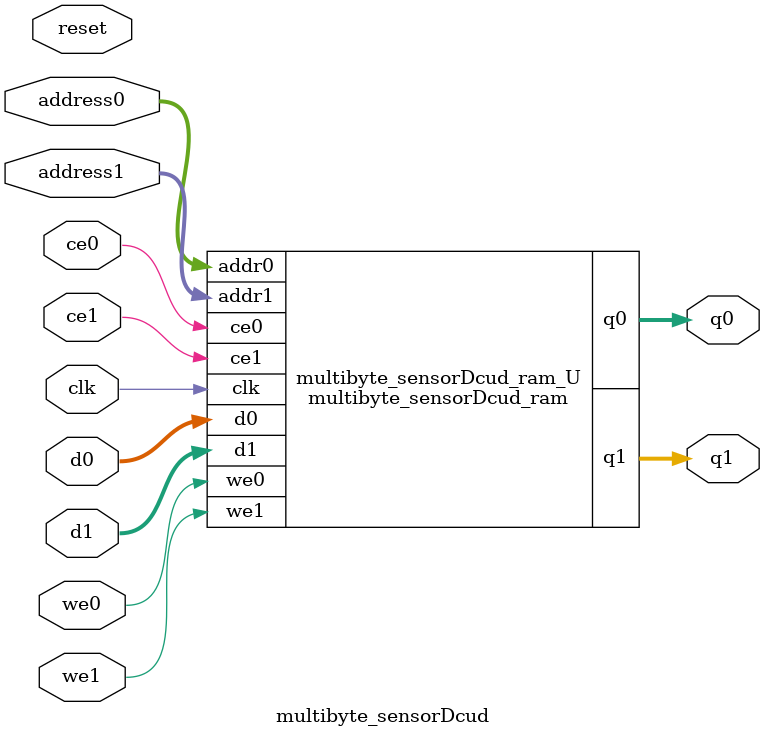
<source format=v>

`timescale 1 ns / 1 ps
module multibyte_sensorDcud_ram (addr0, ce0, d0, we0, q0, addr1, ce1, d1, we1, q1,  clk);

parameter DWIDTH = 32;
parameter AWIDTH = 3;
parameter MEM_SIZE = 6;

input[AWIDTH-1:0] addr0;
input ce0;
input[DWIDTH-1:0] d0;
input we0;
output reg[DWIDTH-1:0] q0;
input[AWIDTH-1:0] addr1;
input ce1;
input[DWIDTH-1:0] d1;
input we1;
output reg[DWIDTH-1:0] q1;
input clk;

(* ram_style = "block" *)reg [DWIDTH-1:0] ram[0:MEM_SIZE-1];




always @(posedge clk)  
begin 
    if (ce0) 
    begin
        if (we0) 
        begin 
            ram[addr0] <= d0; 
            q0 <= d0;
        end 
        else 
            q0 <= ram[addr0];
    end
end


always @(posedge clk)  
begin 
    if (ce1) 
    begin
        if (we1) 
        begin 
            ram[addr1] <= d1; 
            q1 <= d1;
        end 
        else 
            q1 <= ram[addr1];
    end
end


endmodule


`timescale 1 ns / 1 ps
module multibyte_sensorDcud(
    reset,
    clk,
    address0,
    ce0,
    we0,
    d0,
    q0,
    address1,
    ce1,
    we1,
    d1,
    q1);

parameter DataWidth = 32'd32;
parameter AddressRange = 32'd6;
parameter AddressWidth = 32'd3;
input reset;
input clk;
input[AddressWidth - 1:0] address0;
input ce0;
input we0;
input[DataWidth - 1:0] d0;
output[DataWidth - 1:0] q0;
input[AddressWidth - 1:0] address1;
input ce1;
input we1;
input[DataWidth - 1:0] d1;
output[DataWidth - 1:0] q1;



multibyte_sensorDcud_ram multibyte_sensorDcud_ram_U(
    .clk( clk ),
    .addr0( address0 ),
    .ce0( ce0 ),
    .d0( d0 ),
    .we0( we0 ),
    .q0( q0 ),
    .addr1( address1 ),
    .ce1( ce1 ),
    .d1( d1 ),
    .we1( we1 ),
    .q1( q1 ));

endmodule


</source>
